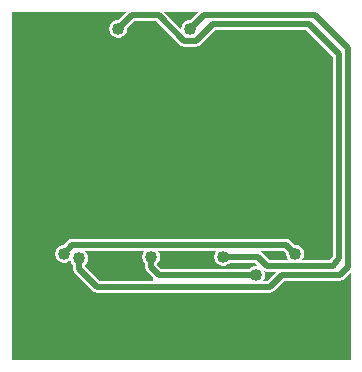
<source format=gbr>
G04 start of page 2 for group 0 idx 0 *
G04 Title: LED carrier v. 0.1, solder *
G04 Creator: pcb 1.99x *
G04 CreationDate: Sat Jul 25 11:21:37 2009 UTC *
G04 For: davidellsworth *
G04 Format: Gerber/RS-274X *
G04 PCB-Dimensions: 120000 122000 *
G04 PCB-Coordinate-Origin: lower left *
%MOIN*%
%FSLAX24Y24*%
%LNBACK*%
%ADD11C,0.0200*%
%ADD12C,0.0400*%
%ADD13C,0.2500*%
%ADD14C,0.0310*%
%ADD15C,0.1250*%
%ADD16C,0.0150*%
G54D11*G36*
X300Y11900D02*X4117D01*
X3865Y11648D01*
X3850Y11650D01*
X3797Y11645D01*
X3747Y11631D01*
X3700Y11609D01*
X3657Y11579D01*
X3620Y11542D01*
X3590Y11500D01*
X3568Y11452D01*
X3554Y11402D01*
X3550Y11350D01*
X3554Y11297D01*
X3568Y11247D01*
X3590Y11200D01*
X3620Y11157D01*
X3657Y11120D01*
X3700Y11090D01*
X3747Y11068D01*
X3797Y11054D01*
X3850Y11050D01*
X3902Y11054D01*
X3952Y11068D01*
X4000Y11090D01*
X4042Y11120D01*
X4079Y11157D01*
X4109Y11200D01*
X4131Y11247D01*
X4145Y11297D01*
X4150Y11350D01*
X4148Y11365D01*
X4382Y11600D01*
X5117D01*
X5908Y10808D01*
X5915Y10802D01*
X5921Y10796D01*
X5928Y10792D01*
X5935Y10786D01*
X5943Y10781D01*
X5950Y10776D01*
X5957Y10773D01*
X5965Y10768D01*
X5974Y10765D01*
X5981Y10762D01*
X5989Y10760D01*
X5998Y10756D01*
X6006Y10755D01*
X6015Y10753D01*
X6023Y10752D01*
X6032Y10750D01*
X6041D01*
X6050Y10750D01*
X6450D01*
X6459Y10750D01*
X6467D01*
X6475Y10752D01*
X6484Y10753D01*
X6493Y10755D01*
X6501Y10756D01*
X6510Y10760D01*
X6518Y10762D01*
X6526Y10765D01*
X6534Y10768D01*
X6541Y10772D01*
X6550Y10776D01*
X6557Y10782D01*
X6564Y10786D01*
X6571Y10791D01*
X6578Y10796D01*
X6585Y10803D01*
X6591Y10808D01*
X7082Y11300D01*
X10117D01*
X11000Y10417D01*
Y3770D01*
X10903Y3650D01*
X9972D01*
X9979Y3657D01*
X10009Y3700D01*
X10031Y3747D01*
X10045Y3797D01*
X10050Y3850D01*
X10045Y3902D01*
X10031Y3952D01*
X10009Y4000D01*
X9979Y4042D01*
X9942Y4079D01*
X9900Y4109D01*
X9852Y4131D01*
X9802Y4145D01*
X9750Y4150D01*
X9734Y4148D01*
X9591Y4291D01*
X9585Y4296D01*
X9578Y4303D01*
X9570Y4308D01*
X9564Y4313D01*
X9558Y4317D01*
X9550Y4323D01*
X9541Y4327D01*
X9534Y4331D01*
X9526Y4334D01*
X9518Y4338D01*
X9509Y4340D01*
X9501Y4343D01*
X9494Y4344D01*
X9484Y4347D01*
X9475Y4347D01*
X9467Y4349D01*
X9459D01*
X9450Y4350D01*
X2300D01*
Y4350D01*
X2299Y4350D01*
X2276Y4348D01*
X2265Y4347D01*
X2265Y4346D01*
X2264D01*
X2230Y4337D01*
X2205Y4325D01*
X2200Y4323D01*
X2199Y4323D01*
X2199Y4322D01*
X2179Y4308D01*
X2171Y4303D01*
X2171Y4303D01*
X2170Y4302D01*
X2146Y4278D01*
X2038Y4149D01*
X1997Y4145D01*
X1947Y4131D01*
X1900Y4109D01*
X1857Y4079D01*
X1820Y4042D01*
X1790Y4000D01*
X1768Y3952D01*
X1754Y3902D01*
X1750Y3850D01*
X1754Y3797D01*
X1768Y3747D01*
X1790Y3700D01*
X1820Y3657D01*
X1857Y3620D01*
X1900Y3590D01*
X1947Y3568D01*
X1997Y3554D01*
X2050Y3550D01*
X2102Y3554D01*
X2152Y3568D01*
X2200Y3590D01*
X2242Y3620D01*
X2258Y3635D01*
X2268Y3597D01*
X2290Y3550D01*
X2320Y3507D01*
X2350Y3477D01*
Y3350D01*
X2350Y3342D01*
Y3332D01*
X2352Y3323D01*
X2353Y3315D01*
X2355Y3306D01*
X2356Y3298D01*
X2359Y3289D01*
X2362Y3281D01*
X2365Y3274D01*
X2368Y3265D01*
X2373Y3257D01*
X2376Y3250D01*
X2381Y3243D01*
X2386Y3235D01*
X2392Y3228D01*
X2396Y3221D01*
X2402Y3215D01*
X2408Y3208D01*
X3008Y2608D01*
X3015Y2602D01*
X3021Y2596D01*
X3028Y2592D01*
X3035Y2586D01*
X3043Y2581D01*
X3050Y2576D01*
X3057Y2573D01*
X3065Y2568D01*
X3074Y2565D01*
X3081Y2562D01*
X3089Y2560D01*
X3098Y2556D01*
X3106Y2555D01*
X3115Y2553D01*
X3123Y2552D01*
X3132Y2550D01*
X3141D01*
X3150Y2550D01*
X8900D01*
Y2549D01*
X8910Y2550D01*
X8917D01*
X8924Y2552D01*
X8934Y2552D01*
X8944Y2555D01*
X8951Y2556D01*
X8959Y2559D01*
X8968Y2562D01*
X8977Y2566D01*
X8984Y2568D01*
X8990Y2572D01*
X9000Y2576D01*
X9008Y2582D01*
X9014Y2586D01*
X9020Y2590D01*
X9028Y2596D01*
X9035Y2603D01*
X9041Y2608D01*
X9382Y2950D01*
X11250D01*
Y2949D01*
X11260Y2950D01*
X11267D01*
X11274Y2952D01*
X11284Y2952D01*
X11294Y2955D01*
X11301Y2956D01*
X11309Y2959D01*
X11318Y2962D01*
X11327Y2966D01*
X11334Y2968D01*
X11340Y2972D01*
X11350Y2976D01*
X11358Y2982D01*
X11364Y2986D01*
X11370Y2990D01*
X11378Y2996D01*
X11385Y3003D01*
X11391Y3008D01*
X11600Y3217D01*
Y300D01*
X300D01*
Y11900D01*
G37*
G36*
X5382D02*X6517D01*
X6265Y11648D01*
X6250Y11650D01*
X6197Y11645D01*
X6147Y11631D01*
X6100Y11609D01*
X6057Y11579D01*
X6020Y11542D01*
X5990Y11500D01*
X5968Y11452D01*
X5954Y11402D01*
X5950Y11350D01*
X5951Y11331D01*
X5382Y11900D01*
G37*
G36*
X2750Y3432D02*Y3477D01*
X2779Y3507D01*
X2809Y3550D01*
X2831Y3597D01*
X2845Y3647D01*
X2850Y3700D01*
X2845Y3752D01*
X2831Y3802D01*
X2809Y3850D01*
X2779Y3892D01*
X2742Y3929D01*
X2714Y3950D01*
X4727D01*
X4720Y3942D01*
X4690Y3900D01*
X4668Y3852D01*
X4654Y3802D01*
X4650Y3750D01*
X4654Y3697D01*
X4668Y3647D01*
X4690Y3600D01*
X4720Y3557D01*
X4750Y3527D01*
Y3400D01*
X4750Y3391D01*
Y3382D01*
X4752Y3373D01*
X4753Y3365D01*
X4755Y3356D01*
X4756Y3348D01*
X4760Y3339D01*
X4762Y3331D01*
X4765Y3324D01*
X4768Y3315D01*
X4773Y3307D01*
X4776Y3300D01*
X4781Y3293D01*
X4786Y3285D01*
X4792Y3278D01*
X4796Y3271D01*
X4802Y3265D01*
X4808Y3258D01*
X5000Y3067D01*
Y2950D01*
X3232D01*
X2750Y3432D01*
G37*
G36*
X5150Y3527D02*X5179Y3557D01*
X5209Y3600D01*
X5231Y3647D01*
X5245Y3697D01*
X5250Y3750D01*
X5245Y3802D01*
X5231Y3852D01*
X5209Y3900D01*
X5179Y3942D01*
X5172Y3950D01*
X7127D01*
X7120Y3942D01*
X7090Y3900D01*
X7068Y3852D01*
X7054Y3802D01*
X7050Y3750D01*
X7054Y3697D01*
X7068Y3647D01*
X7090Y3600D01*
X7120Y3557D01*
X7157Y3520D01*
X7200Y3490D01*
X7247Y3468D01*
X7297Y3454D01*
X7350Y3450D01*
X7402Y3454D01*
X7452Y3468D01*
X7500Y3490D01*
X7542Y3520D01*
X7572Y3550D01*
X8417D01*
X8528Y3438D01*
X8502Y3445D01*
X8450Y3450D01*
X8397Y3445D01*
X8347Y3431D01*
X8300Y3409D01*
X8257Y3379D01*
X8227Y3350D01*
X5282D01*
X5150Y3482D01*
Y3527D01*
G37*
G36*
X9367Y3950D02*X9451Y3865D01*
X9450Y3850D01*
X9454Y3797D01*
X9468Y3747D01*
X9490Y3700D01*
X9520Y3657D01*
X9527Y3650D01*
X8882D01*
X8641Y3891D01*
X8634Y3897D01*
X8628Y3903D01*
X8621Y3908D01*
X8614Y3913D01*
X8606Y3918D01*
X8600Y3923D01*
X8592Y3926D01*
X8584Y3931D01*
X8575Y3934D01*
X8568Y3937D01*
X8560Y3940D01*
X8551Y3943D01*
X8542Y3944D01*
X8534Y3947D01*
X8526Y3947D01*
X8517Y3949D01*
X8508D01*
X8500Y3950D01*
X9367D01*
G37*
G36*
X8672Y2950D02*X8679Y2957D01*
X8709Y3000D01*
X8731Y3047D01*
X8745Y3097D01*
X8750Y3150D01*
X8745Y3202D01*
X8731Y3252D01*
X8726Y3264D01*
X8731Y3262D01*
X8739Y3259D01*
X8748Y3256D01*
X8756Y3255D01*
X8765Y3253D01*
X8773Y3252D01*
X8782Y3250D01*
X8791D01*
X8800Y3250D01*
X9117D01*
X8817Y2950D01*
X8672D01*
G37*
G54D11*X8500Y3750D02*X7350D01*
X2300Y4150D02*X2050Y3850D01*
X2550Y3350D02*Y3700D01*
X9750Y3850D02*X9450Y4150D01*
X11500Y3400D02*X11250Y3150D01*
X8800Y3450D02*X11000D01*
X8800D02*X8500Y3750D01*
X9300Y3150D02*X11250D01*
X9300D02*X8900Y2750D01*
X9450Y4150D02*X2300D01*
X8450Y3150D02*X5200D01*
X4950Y3400D01*
Y3750D01*
X8900Y2750D02*X3150D01*
X2550Y3350D01*
X10200Y11500D02*X7000D01*
X6450Y10950D01*
X6050D01*
X5200Y11800D01*
X4300D01*
X6700D02*X6250Y11350D01*
X11200Y3700D02*Y10500D01*
X10200Y11500D01*
X11200Y3700D02*X11000Y3450D01*
X4300Y11800D02*X3850Y11350D01*
X11500Y3400D02*Y10700D01*
X10400Y11800D01*
X6700D01*
G54D12*X8450Y3150D03*
X7350Y3750D03*
X9750Y3850D03*
G54D13*X10100Y1600D03*
G54D14*X9510Y8579D03*
X9460Y8219D03*
X10760Y6249D03*
X10699Y5520D03*
X10649Y5880D03*
X10699Y5150D03*
X9859Y6660D03*
X9499Y6560D03*
X10249Y6760D03*
X10499Y6470D03*
X9560Y7850D03*
X9510Y8949D03*
X9800Y7500D03*
X10150Y7150D03*
X10669Y6830D03*
X9500Y7250D03*
X9750Y7000D03*
X9200D03*
X9190Y8769D03*
X9140Y8399D03*
Y8039D03*
X9050Y7339D03*
X9300Y7629D03*
X8300Y6800D03*
X8749Y6760D03*
X7350Y7000D03*
X7849Y6760D03*
X8659Y6060D03*
X8300Y6150D03*
X8499Y6470D03*
G54D11*X7099Y6250D03*
G54D14*X7929Y6060D03*
X8099Y6470D03*
X8300Y5750D03*
G54D11*X7099Y5750D03*
G54D14*X7269Y5390D03*
X7629D03*
X7929Y5700D03*
X7979Y5330D03*
X7459Y6660D03*
G54D11*X9499Y5750D03*
Y6250D03*
G54D14*X9669Y5390D03*
X9319D03*
X10029D03*
X10379Y5330D03*
X10329Y5700D03*
Y6060D03*
X8959Y5390D03*
X8609Y5330D03*
X8659Y5700D03*
X8300Y5150D03*
X9129Y6660D03*
X7099Y6560D03*
X7100Y8950D03*
Y8350D03*
Y7250D03*
Y7950D03*
X8840Y8709D03*
X8480D03*
G54D11*X8300Y8349D03*
Y7849D03*
G54D14*X7940Y7439D03*
X8300Y7539D03*
X8670Y7439D03*
X8600Y7100D03*
X8050D03*
X8130Y8709D03*
X7770D03*
X7420Y8769D03*
X7470Y8399D03*
Y8039D03*
X7300Y7629D03*
X7550Y7339D03*
X3500Y5750D03*
X3859Y5700D03*
X3500Y5150D03*
X3809Y5330D03*
X4159Y5390D03*
X4519D03*
X1759D03*
G54D12*X2550Y3700D03*
X2050Y3850D03*
G54D14*X2119Y5390D03*
X2469D03*
X3129Y6060D03*
Y5700D03*
G54D11*X2299Y5750D03*
G54D14*X3179Y5330D03*
X2829Y5390D03*
X5529Y5700D03*
X5579Y5330D03*
X5229Y5390D03*
X3500Y6150D03*
X3859Y6060D03*
X5529D03*
X5059Y6660D03*
G54D12*X4950Y3750D03*
G54D14*X4869Y5390D03*
G54D11*X4699Y5750D03*
Y6250D03*
G54D14*X6800Y7000D03*
X6729Y6660D03*
X6740Y8039D03*
X6900Y7629D03*
X6650Y7339D03*
X6919Y5390D03*
X6559D03*
X5900Y5150D03*
X6209Y5330D03*
X6259Y5700D03*
Y6060D03*
X5900Y5750D03*
X6200Y7100D03*
X5900Y6800D03*
Y6150D03*
X6349Y6760D03*
X6099Y6470D03*
X5900Y7539D03*
X6270Y7439D03*
X2380Y7269D03*
X2600Y7000D03*
X2750Y7339D03*
X3699Y6470D03*
X3949Y6760D03*
X4329Y6660D03*
X3299Y6470D03*
X3800Y7100D03*
X3870Y7439D03*
X4250Y7339D03*
X3250Y7100D03*
X3140Y7439D03*
X3500Y7539D03*
G54D11*Y7849D03*
G54D14*X2670Y8039D03*
X2299Y6560D03*
G54D11*Y6250D03*
G54D14*X2659Y6660D03*
X3049Y6760D03*
X5699Y6470D03*
X5449Y6760D03*
X5650Y7100D03*
G54D11*X5900Y7849D03*
G54D14*X5540Y7439D03*
X4700Y7950D03*
X4500Y7629D03*
X4700Y7250D03*
X5070Y8039D03*
X4900Y7629D03*
X5150Y7339D03*
X1459Y6060D03*
Y5700D03*
X1409Y5330D03*
X1089Y5520D03*
X1299Y6470D03*
X1650Y7150D03*
X1169Y6830D03*
X1929Y6660D03*
X1549Y6760D03*
X1089Y5150D03*
X1139Y5880D03*
X2000Y7500D03*
X2239Y7850D03*
X2050Y7000D03*
X1039Y6249D03*
X2500Y7629D03*
X2300Y8949D03*
X2350Y8219D03*
X2300Y8579D03*
X2670Y8399D03*
X2620Y8769D03*
G54D13*X1600Y10600D03*
G54D12*X6250Y11350D03*
X3850D03*
G54D14*X6440Y8709D03*
X6080D03*
X5730D03*
X6790Y8769D03*
X6740Y8399D03*
G54D11*X5900Y8349D03*
G54D14*X4699Y6560D03*
X4950Y7000D03*
X4400D03*
X3500Y6800D03*
X4040Y8709D03*
X4390Y8769D03*
X4340Y8399D03*
Y8039D03*
X4700Y8950D03*
Y8350D03*
X5070Y8399D03*
X3680Y8709D03*
X2970D03*
X3330D03*
G54D11*X3500Y8349D03*
G54D14*X5370Y8709D03*
X5020Y8769D03*
G54D11*G54D15*G54D11*G54D16*G54D11*G54D16*G54D11*G54D16*G54D11*G54D16*G54D11*G54D16*G54D11*G54D16*G54D11*G54D16*G54D11*G54D16*G54D11*G54D16*G54D11*G54D15*G54D11*G54D16*G54D11*G54D16*G54D11*M02*

</source>
